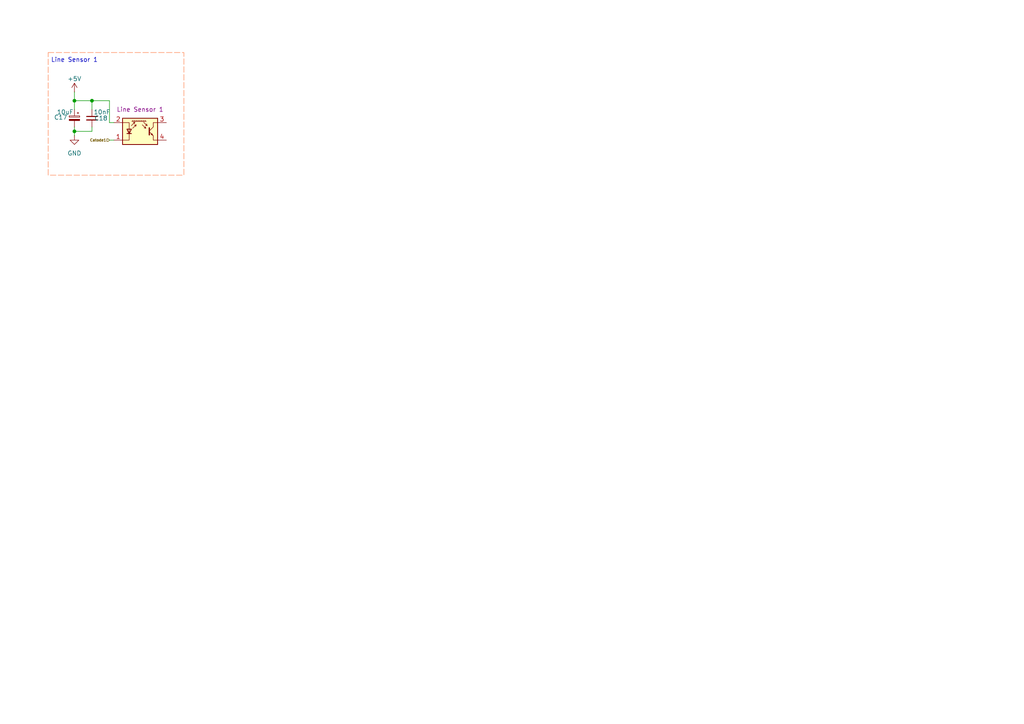
<source format=kicad_sch>
(kicad_sch (version 20231120) (generator "eeschema") (generator_version "8.0")
  (paper "A4")
  (lib_symbols
    (symbol "Device:C_Polarized_Small" (pin_numbers hide) (pin_names (offset 0.254) hide)
      (property "Reference" "C" (at 0.254 1.778 0))
      (property "Value" "C_Polarized_Small" (at 0.254 -2.032 0))
      (symbol "C_Polarized_Small_0_1"
        (rectangle (start -1.524 -0.3048) (end 1.524 -0.6858) (fill (type outline)))
        (rectangle (start -1.524 0.6858) (end 1.524 0.3048))
        (polyline (pts (xy -1.27 1.524) (xy -0.762 1.524)))
        (polyline (pts (xy -1.016 1.27) (xy -1.016 1.778)))
      )
      (symbol "C_Polarized_Small_1_1"
        (pin passive line (at 0 2.54 270) (length 1.8542) (name "~") (number "1"))
        (pin passive line (at 0 -2.54 90) (length 1.8542) (name "~") (number "2"))
      )
    )
    (symbol "Device:C_Small" (pin_numbers hide) (pin_names (offset 0.254) hide)
      (property "Reference" "C" (at 0.254 1.778 0))
      (property "Value" "C_Small" (at 0.254 -2.032 0))
      (symbol "C_Small_0_1"
        (polyline (pts (xy -1.524 -0.508) (xy 1.524 -0.508)) (stroke (width 0.3302)))
        (polyline (pts (xy -1.524 0.508) (xy 1.524 0.508)) (stroke (width 0.3048)))
      )
      (symbol "C_Small_1_1"
        (pin passive line (at 0 2.54 270) (length 2.032) (name "~") (number "1"))
        (pin passive line (at 0 -2.54 90) (length 2.032) (name "~") (number "2"))
      )
    )
    (symbol "Sensor_Proximity:ITR8307-S17-TR8" (pin_names (offset 0.0254) hide)
      (property "Reference" "U" (at -3.81 5.08 0))
      (property "Value" "ITR8307-S17-TR8" (at 15.24 5.08 0))
      (symbol "ITR8307-S17-TR8_0_1"
        (polyline (pts (xy -3.81 -0.635) (xy -2.54 -0.635)) (stroke (width 0.254)))
        (polyline (pts (xy -2.286 2.921) (xy -2.032 3.175)))
        (polyline (pts (xy -1.778 2.921) (xy -1.524 3.175)))
        (polyline (pts (xy -1.524 2.667) (xy -1.651 2.159)))
        (polyline (pts (xy -1.27 2.921) (xy -1.016 3.175)))
        (polyline (pts (xy -1.143 1.905) (xy -1.27 1.397)))
        (polyline (pts (xy -0.762 2.921) (xy -0.508 3.175)))
        (polyline (pts (xy -0.254 2.921) (xy 0 3.175)))
        (polyline (pts (xy 0.254 2.921) (xy 0.508 3.175)))
        (polyline (pts (xy 0.762 2.921) (xy 1.016 3.175)))
        (polyline (pts (xy 1.27 2.921) (xy 1.524 3.175)))
        (polyline (pts (xy 1.651 0.889) (xy 1.143 1.016)))
        (polyline (pts (xy 1.778 2.921) (xy -2.413 2.921)))
        (polyline (pts (xy 2.032 1.651) (xy 1.524 1.778)))
        (polyline (pts (xy 2.667 -0.127) (xy 3.81 -1.27)))
        (polyline (pts (xy 2.667 0.127) (xy 3.81 1.27)))
        (polyline (pts (xy -2.54 1.651) (xy -1.524 2.667) (xy -2.032 2.54)))
        (polyline (pts (xy -2.159 0.889) (xy -1.143 1.905) (xy -1.651 1.778)))
        (polyline (pts (xy 0.635 1.905) (xy 1.651 0.889) (xy 1.524 1.397)))
        (polyline (pts (xy 1.016 2.667) (xy 2.032 1.651) (xy 1.905 2.159)))
        (polyline (pts (xy 2.667 1.016) (xy 2.667 -1.016) (xy 2.667 -1.016)) (stroke (width 0.3556)))
        (polyline (pts (xy 3.81 -1.27) (xy 3.81 -2.54) (xy 5.08 -2.54)))
        (polyline (pts (xy 3.81 1.27) (xy 3.81 2.54) (xy 5.08 2.54)))
        (polyline (pts (xy -5.08 -2.54) (xy -3.175 -2.54) (xy -3.175 2.54) (xy -5.08 2.54)))
        (polyline (pts (xy -3.175 -0.635) (xy -3.81 0.635) (xy -2.54 0.635) (xy -3.175 -0.635)) (stroke (width 0.254)))
        (polyline (pts (xy 3.683 -1.143) (xy 3.429 -0.635) (xy 3.175 -0.889) (xy 3.683 -1.143)))
        (polyline (pts (xy -5.08 -3.81) (xy 5.08 -3.81) (xy 5.08 3.81) (xy -5.08 3.81) (xy -5.08 -3.81)) (stroke (width 0.254)) (fill (type background)))
      )
      (symbol "ITR8307-S17-TR8_1_1"
        (pin passive line (at -7.62 -2.54 0) (length 2.54) (name "K") (number "1"))
        (pin passive line (at -7.62 2.54 0) (length 2.54) (name "A") (number "2"))
        (pin open_collector line (at 7.62 2.54 180) (length 2.54) (name "~") (number "3"))
        (pin open_emitter line (at 7.62 -2.54 180) (length 2.54) (name "~") (number "4"))
      )
    )
    (symbol "power:+5V" (power) (pin_numbers hide) (pin_names (offset 0) hide)
      (property "Value" "+5V" (at 0 3.556 0))
      (symbol "+5V_0_1"
        (polyline (pts (xy -0.762 1.27) (xy 0 2.54)))
        (polyline (pts (xy 0 0) (xy 0 2.54)))
        (polyline (pts (xy 0 2.54) (xy 0.762 1.27)))
      )
      (symbol "+5V_1_1"
        (pin power_in line (at 0 0 90) (length 0) (name "~") (number "1"))
      )
    )
    (symbol "power:GND" (power) (pin_numbers hide) (pin_names (offset 0) hide)
      (property "Value" "GND" (at 0 -3.81 0))
      (symbol "GND_0_1"
        (polyline (pts (xy 0 0) (xy 0 -1.27) (xy 1.27 -1.27) (xy 0 -2.54) (xy -1.27 -1.27) (xy 0 -1.27)))
      )
      (symbol "GND_1_1"
        (pin power_in line (at 0 0 270) (length 0) (name "~") (number "1"))
      )
    )
  )
  (junction (at 26.67 29.21))
  (junction (at 21.59 38.1))
  (junction (at 21.59 29.21))
  (wire (pts (xy 26.67 29.21) (xy 31.75 29.21)))
  (wire (pts (xy 31.75 29.21) (xy 31.75 35.56)))
  (wire (pts (xy 21.59 29.21) (xy 21.59 31.75)))
  (wire (pts (xy 21.59 38.1) (xy 21.59 39.37)))
  (wire (pts (xy 26.67 36.83) (xy 26.67 38.1)))
  (wire (pts (xy 31.75 40.64) (xy 33.02 40.64)))
  (wire (pts (xy 21.59 36.83) (xy 21.59 38.1)))
  (wire (pts (xy 26.67 29.21) (xy 26.67 31.75)))
  (wire (pts (xy 26.67 29.21) (xy 21.59 29.21)))
  (wire (pts (xy 26.67 38.1) (xy 21.59 38.1)))
  (wire (pts (xy 31.75 35.56) (xy 33.02 35.56)))
  (wire (pts (xy 21.59 26.67) (xy 21.59 29.21)))
  (rectangle (start 13.97 15.24) (end 53.34 50.8) (stroke (width 0) (type dash) (color 255 133 81 1)))
  (text "Line Sensor 1\n" (at 21.59 17.526 0) (effects (font (size 1.27 1.27))))
  (hierarchical_label "Catode1" (shape input) (at 31.75 40.64 180) (effects (font (size 0.762 0.762))))
  (symbol (lib_id "power:+5V") (at 21.59 26.67 0) (unit 1)
    (property "Reference" "#PWR031" (effects (hide yes)))
    (property "Value" "+5V" (at 21.59 22.86 0))
    (property "Description" "Power symbol creates a global label with name \"+5V\"" (effects (hide yes)))
  )
  (symbol (lib_id "Device:C_Small") (at 26.67 34.29 0) (mirror y) (unit 1)
    (property "Reference" "C18" (at 31.242 34.29 0) (effects (justify left)))
    (property "Value" "10nF" (at 32.004 32.512 0) (effects (justify left)))
    (property "Description" "Unpolarized capacitor, small symbol" (effects (hide yes)))
  )
  (symbol (lib_id "Device:C_Polarized_Small") (at 21.59 34.29 0) (mirror y) (unit 1)
    (property "Reference" "C17" (at 19.558 34.036 0) (effects (justify left)))
    (property "Value" "10uF" (at 21.336 32.512 0) (effects (justify left)))
    (property "Description" "Polarized capacitor, small symbol" (effects (hide yes)))
  )
  (symbol (lib_id "Sensor_Proximity:ITR8307-S17-TR8") (at 40.64 38.1 0) (unit 1)
    (property "Reference" "U1" (effects (hide yes)))
    (property "Value" "ITR8307-S17-TR8" (effects (hide yes)))
    (property "Footprint" "OptoDevice:Everlight_ITR1201SR10AR" (effects (hide yes)))
    (property "Datasheet" "https://datasheet.lcsc.com/szlcsc/1810010232_Everlight-Elec-ITR8307-S17-TR8-B_C81632.pdf" (effects (hide yes)))
    (property "Description" "Line Sensor 1" (at 40.64 31.75 0))
  )
  (symbol (lib_id "power:GND") (at 21.59 39.37 0) (mirror y) (unit 1)
    (property "Reference" "#PWR032" (effects (hide yes)))
    (property "Value" "GND" (at 21.59 44.45 0))
    (property "Description" "Power symbol creates a global label with name \"GND\" , ground" (effects (hide yes)))
  )
)
</source>
